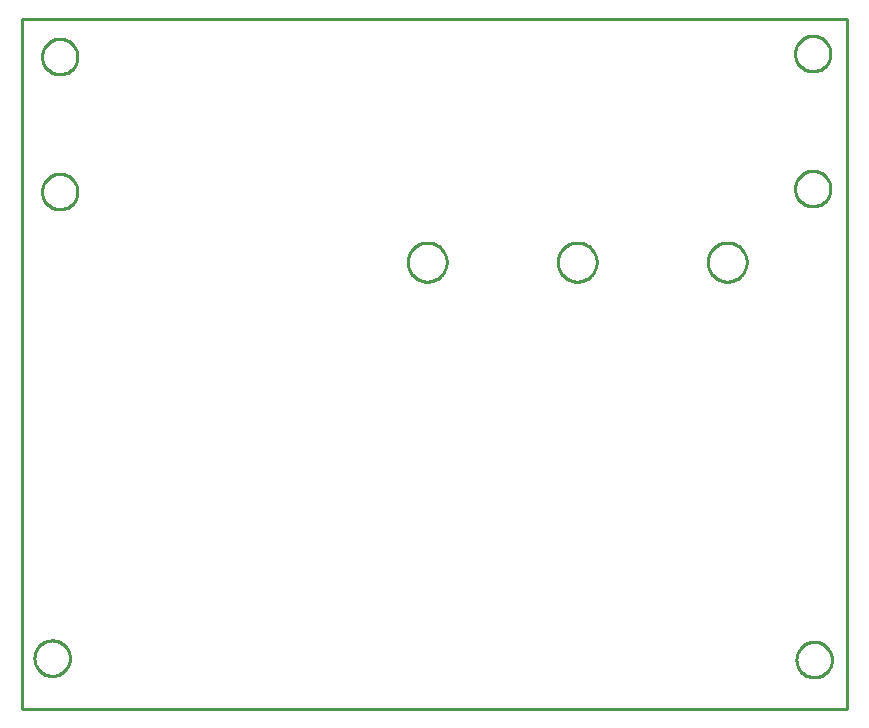
<source format=gbr>
G04 EAGLE Gerber RS-274X export*
G75*
%MOMM*%
%FSLAX34Y34*%
%LPD*%
%IN*%
%IPPOS*%
%AMOC8*
5,1,8,0,0,1.08239X$1,22.5*%
G01*
%ADD10C,0.254000*%


D10*
X0Y0D02*
X698300Y0D01*
X698300Y584710D01*
X0Y584710D01*
X0Y0D01*
X46750Y437614D02*
X46674Y436546D01*
X46521Y435485D01*
X46293Y434438D01*
X45991Y433410D01*
X45617Y432406D01*
X45172Y431431D01*
X44658Y430491D01*
X44079Y429590D01*
X43437Y428732D01*
X42735Y427922D01*
X41978Y427165D01*
X41168Y426463D01*
X40310Y425821D01*
X39409Y425242D01*
X38469Y424728D01*
X37494Y424283D01*
X36490Y423909D01*
X35462Y423607D01*
X34415Y423379D01*
X33354Y423226D01*
X32286Y423150D01*
X31214Y423150D01*
X30146Y423226D01*
X29085Y423379D01*
X28038Y423607D01*
X27010Y423909D01*
X26006Y424283D01*
X25031Y424728D01*
X24091Y425242D01*
X23190Y425821D01*
X22332Y426463D01*
X21522Y427165D01*
X20765Y427922D01*
X20063Y428732D01*
X19421Y429590D01*
X18842Y430491D01*
X18328Y431431D01*
X17883Y432406D01*
X17509Y433410D01*
X17207Y434438D01*
X16979Y435485D01*
X16826Y436546D01*
X16750Y437614D01*
X16750Y438686D01*
X16826Y439754D01*
X16979Y440815D01*
X17207Y441862D01*
X17509Y442890D01*
X17883Y443894D01*
X18328Y444869D01*
X18842Y445809D01*
X19421Y446710D01*
X20063Y447568D01*
X20765Y448378D01*
X21522Y449135D01*
X22332Y449837D01*
X23190Y450479D01*
X24091Y451058D01*
X25031Y451572D01*
X26006Y452017D01*
X27010Y452391D01*
X28038Y452693D01*
X29085Y452921D01*
X30146Y453074D01*
X31214Y453150D01*
X32286Y453150D01*
X33354Y453074D01*
X34415Y452921D01*
X35462Y452693D01*
X36490Y452391D01*
X37494Y452017D01*
X38469Y451572D01*
X39409Y451058D01*
X40310Y450479D01*
X41168Y449837D01*
X41978Y449135D01*
X42735Y448378D01*
X43437Y447568D01*
X44079Y446710D01*
X44658Y445809D01*
X45172Y444869D01*
X45617Y443894D01*
X45991Y442890D01*
X46293Y441862D01*
X46521Y440815D01*
X46674Y439754D01*
X46750Y438686D01*
X46750Y437614D01*
X684290Y440154D02*
X684214Y439086D01*
X684061Y438025D01*
X683833Y436978D01*
X683531Y435950D01*
X683157Y434946D01*
X682712Y433971D01*
X682198Y433031D01*
X681619Y432130D01*
X680977Y431272D01*
X680275Y430462D01*
X679518Y429705D01*
X678708Y429003D01*
X677850Y428361D01*
X676949Y427782D01*
X676009Y427268D01*
X675034Y426823D01*
X674030Y426449D01*
X673002Y426147D01*
X671955Y425919D01*
X670894Y425766D01*
X669826Y425690D01*
X668754Y425690D01*
X667686Y425766D01*
X666625Y425919D01*
X665578Y426147D01*
X664550Y426449D01*
X663546Y426823D01*
X662571Y427268D01*
X661631Y427782D01*
X660730Y428361D01*
X659872Y429003D01*
X659062Y429705D01*
X658305Y430462D01*
X657603Y431272D01*
X656961Y432130D01*
X656382Y433031D01*
X655868Y433971D01*
X655423Y434946D01*
X655049Y435950D01*
X654747Y436978D01*
X654519Y438025D01*
X654366Y439086D01*
X654290Y440154D01*
X654290Y441226D01*
X654366Y442294D01*
X654519Y443355D01*
X654747Y444402D01*
X655049Y445430D01*
X655423Y446434D01*
X655868Y447409D01*
X656382Y448349D01*
X656961Y449250D01*
X657603Y450108D01*
X658305Y450918D01*
X659062Y451675D01*
X659872Y452377D01*
X660730Y453019D01*
X661631Y453598D01*
X662571Y454112D01*
X663546Y454557D01*
X664550Y454931D01*
X665578Y455233D01*
X666625Y455461D01*
X667686Y455614D01*
X668754Y455690D01*
X669826Y455690D01*
X670894Y455614D01*
X671955Y455461D01*
X673002Y455233D01*
X674030Y454931D01*
X675034Y454557D01*
X676009Y454112D01*
X676949Y453598D01*
X677850Y453019D01*
X678708Y452377D01*
X679518Y451675D01*
X680275Y450918D01*
X680977Y450108D01*
X681619Y449250D01*
X682198Y448349D01*
X682712Y447409D01*
X683157Y446434D01*
X683531Y445430D01*
X683833Y444402D01*
X684061Y443355D01*
X684214Y442294D01*
X684290Y441226D01*
X684290Y440154D01*
X40400Y42644D02*
X40324Y41576D01*
X40171Y40515D01*
X39943Y39468D01*
X39641Y38440D01*
X39267Y37436D01*
X38822Y36461D01*
X38308Y35521D01*
X37729Y34620D01*
X37087Y33762D01*
X36385Y32952D01*
X35628Y32195D01*
X34818Y31493D01*
X33960Y30851D01*
X33059Y30272D01*
X32119Y29758D01*
X31144Y29313D01*
X30140Y28939D01*
X29112Y28637D01*
X28065Y28409D01*
X27004Y28256D01*
X25936Y28180D01*
X24864Y28180D01*
X23796Y28256D01*
X22735Y28409D01*
X21688Y28637D01*
X20660Y28939D01*
X19656Y29313D01*
X18681Y29758D01*
X17741Y30272D01*
X16840Y30851D01*
X15982Y31493D01*
X15172Y32195D01*
X14415Y32952D01*
X13713Y33762D01*
X13071Y34620D01*
X12492Y35521D01*
X11978Y36461D01*
X11533Y37436D01*
X11159Y38440D01*
X10857Y39468D01*
X10629Y40515D01*
X10476Y41576D01*
X10400Y42644D01*
X10400Y43716D01*
X10476Y44784D01*
X10629Y45845D01*
X10857Y46892D01*
X11159Y47920D01*
X11533Y48924D01*
X11978Y49899D01*
X12492Y50839D01*
X13071Y51740D01*
X13713Y52598D01*
X14415Y53408D01*
X15172Y54165D01*
X15982Y54867D01*
X16840Y55509D01*
X17741Y56088D01*
X18681Y56602D01*
X19656Y57047D01*
X20660Y57421D01*
X21688Y57723D01*
X22735Y57951D01*
X23796Y58104D01*
X24864Y58180D01*
X25936Y58180D01*
X27004Y58104D01*
X28065Y57951D01*
X29112Y57723D01*
X30140Y57421D01*
X31144Y57047D01*
X32119Y56602D01*
X33059Y56088D01*
X33960Y55509D01*
X34818Y54867D01*
X35628Y54165D01*
X36385Y53408D01*
X37087Y52598D01*
X37729Y51740D01*
X38308Y50839D01*
X38822Y49899D01*
X39267Y48924D01*
X39641Y47920D01*
X39943Y46892D01*
X40171Y45845D01*
X40324Y44784D01*
X40400Y43716D01*
X40400Y42644D01*
X685560Y41374D02*
X685484Y40306D01*
X685331Y39245D01*
X685103Y38198D01*
X684801Y37170D01*
X684427Y36166D01*
X683982Y35191D01*
X683468Y34251D01*
X682889Y33350D01*
X682247Y32492D01*
X681545Y31682D01*
X680788Y30925D01*
X679978Y30223D01*
X679120Y29581D01*
X678219Y29002D01*
X677279Y28488D01*
X676304Y28043D01*
X675300Y27669D01*
X674272Y27367D01*
X673225Y27139D01*
X672164Y26986D01*
X671096Y26910D01*
X670024Y26910D01*
X668956Y26986D01*
X667895Y27139D01*
X666848Y27367D01*
X665820Y27669D01*
X664816Y28043D01*
X663841Y28488D01*
X662901Y29002D01*
X662000Y29581D01*
X661142Y30223D01*
X660332Y30925D01*
X659575Y31682D01*
X658873Y32492D01*
X658231Y33350D01*
X657652Y34251D01*
X657138Y35191D01*
X656693Y36166D01*
X656319Y37170D01*
X656017Y38198D01*
X655789Y39245D01*
X655636Y40306D01*
X655560Y41374D01*
X655560Y42446D01*
X655636Y43514D01*
X655789Y44575D01*
X656017Y45622D01*
X656319Y46650D01*
X656693Y47654D01*
X657138Y48629D01*
X657652Y49569D01*
X658231Y50470D01*
X658873Y51328D01*
X659575Y52138D01*
X660332Y52895D01*
X661142Y53597D01*
X662000Y54239D01*
X662901Y54818D01*
X663841Y55332D01*
X664816Y55777D01*
X665820Y56151D01*
X666848Y56453D01*
X667895Y56681D01*
X668956Y56834D01*
X670024Y56910D01*
X671096Y56910D01*
X672164Y56834D01*
X673225Y56681D01*
X674272Y56453D01*
X675300Y56151D01*
X676304Y55777D01*
X677279Y55332D01*
X678219Y54818D01*
X679120Y54239D01*
X679978Y53597D01*
X680788Y52895D01*
X681545Y52138D01*
X682247Y51328D01*
X682889Y50470D01*
X683468Y49569D01*
X683982Y48629D01*
X684427Y47654D01*
X684801Y46650D01*
X685103Y45622D01*
X685331Y44575D01*
X685484Y43514D01*
X685560Y42446D01*
X685560Y41374D01*
X46750Y551914D02*
X46674Y550846D01*
X46521Y549785D01*
X46293Y548738D01*
X45991Y547710D01*
X45617Y546706D01*
X45172Y545731D01*
X44658Y544791D01*
X44079Y543890D01*
X43437Y543032D01*
X42735Y542222D01*
X41978Y541465D01*
X41168Y540763D01*
X40310Y540121D01*
X39409Y539542D01*
X38469Y539028D01*
X37494Y538583D01*
X36490Y538209D01*
X35462Y537907D01*
X34415Y537679D01*
X33354Y537526D01*
X32286Y537450D01*
X31214Y537450D01*
X30146Y537526D01*
X29085Y537679D01*
X28038Y537907D01*
X27010Y538209D01*
X26006Y538583D01*
X25031Y539028D01*
X24091Y539542D01*
X23190Y540121D01*
X22332Y540763D01*
X21522Y541465D01*
X20765Y542222D01*
X20063Y543032D01*
X19421Y543890D01*
X18842Y544791D01*
X18328Y545731D01*
X17883Y546706D01*
X17509Y547710D01*
X17207Y548738D01*
X16979Y549785D01*
X16826Y550846D01*
X16750Y551914D01*
X16750Y552986D01*
X16826Y554054D01*
X16979Y555115D01*
X17207Y556162D01*
X17509Y557190D01*
X17883Y558194D01*
X18328Y559169D01*
X18842Y560109D01*
X19421Y561010D01*
X20063Y561868D01*
X20765Y562678D01*
X21522Y563435D01*
X22332Y564137D01*
X23190Y564779D01*
X24091Y565358D01*
X25031Y565872D01*
X26006Y566317D01*
X27010Y566691D01*
X28038Y566993D01*
X29085Y567221D01*
X30146Y567374D01*
X31214Y567450D01*
X32286Y567450D01*
X33354Y567374D01*
X34415Y567221D01*
X35462Y566993D01*
X36490Y566691D01*
X37494Y566317D01*
X38469Y565872D01*
X39409Y565358D01*
X40310Y564779D01*
X41168Y564137D01*
X41978Y563435D01*
X42735Y562678D01*
X43437Y561868D01*
X44079Y561010D01*
X44658Y560109D01*
X45172Y559169D01*
X45617Y558194D01*
X45991Y557190D01*
X46293Y556162D01*
X46521Y555115D01*
X46674Y554054D01*
X46750Y552986D01*
X46750Y551914D01*
X684290Y554454D02*
X684214Y553386D01*
X684061Y552325D01*
X683833Y551278D01*
X683531Y550250D01*
X683157Y549246D01*
X682712Y548271D01*
X682198Y547331D01*
X681619Y546430D01*
X680977Y545572D01*
X680275Y544762D01*
X679518Y544005D01*
X678708Y543303D01*
X677850Y542661D01*
X676949Y542082D01*
X676009Y541568D01*
X675034Y541123D01*
X674030Y540749D01*
X673002Y540447D01*
X671955Y540219D01*
X670894Y540066D01*
X669826Y539990D01*
X668754Y539990D01*
X667686Y540066D01*
X666625Y540219D01*
X665578Y540447D01*
X664550Y540749D01*
X663546Y541123D01*
X662571Y541568D01*
X661631Y542082D01*
X660730Y542661D01*
X659872Y543303D01*
X659062Y544005D01*
X658305Y544762D01*
X657603Y545572D01*
X656961Y546430D01*
X656382Y547331D01*
X655868Y548271D01*
X655423Y549246D01*
X655049Y550250D01*
X654747Y551278D01*
X654519Y552325D01*
X654366Y553386D01*
X654290Y554454D01*
X654290Y555526D01*
X654366Y556594D01*
X654519Y557655D01*
X654747Y558702D01*
X655049Y559730D01*
X655423Y560734D01*
X655868Y561709D01*
X656382Y562649D01*
X656961Y563550D01*
X657603Y564408D01*
X658305Y565218D01*
X659062Y565975D01*
X659872Y566677D01*
X660730Y567319D01*
X661631Y567898D01*
X662571Y568412D01*
X663546Y568857D01*
X664550Y569231D01*
X665578Y569533D01*
X666625Y569761D01*
X667686Y569914D01*
X668754Y569990D01*
X669826Y569990D01*
X670894Y569914D01*
X671955Y569761D01*
X673002Y569533D01*
X674030Y569231D01*
X675034Y568857D01*
X676009Y568412D01*
X676949Y567898D01*
X677850Y567319D01*
X678708Y566677D01*
X679518Y565975D01*
X680275Y565218D01*
X680977Y564408D01*
X681619Y563550D01*
X682198Y562649D01*
X682712Y561709D01*
X683157Y560734D01*
X683531Y559730D01*
X683833Y558702D01*
X684061Y557655D01*
X684214Y556594D01*
X684290Y555526D01*
X684290Y554454D01*
X486410Y377920D02*
X486339Y376841D01*
X486198Y375769D01*
X485987Y374709D01*
X485708Y373665D01*
X485360Y372641D01*
X484946Y371643D01*
X484468Y370673D01*
X483928Y369737D01*
X483327Y368838D01*
X482669Y367981D01*
X481957Y367168D01*
X481192Y366404D01*
X480379Y365691D01*
X479522Y365033D01*
X478623Y364432D01*
X477687Y363892D01*
X476717Y363414D01*
X475719Y363000D01*
X474695Y362652D01*
X473651Y362373D01*
X472591Y362162D01*
X471519Y362021D01*
X470440Y361950D01*
X469360Y361950D01*
X468281Y362021D01*
X467209Y362162D01*
X466149Y362373D01*
X465105Y362652D01*
X464081Y363000D01*
X463083Y363414D01*
X462113Y363892D01*
X461177Y364432D01*
X460278Y365033D01*
X459421Y365691D01*
X458608Y366404D01*
X457844Y367168D01*
X457131Y367981D01*
X456473Y368838D01*
X455872Y369737D01*
X455332Y370673D01*
X454854Y371643D01*
X454440Y372641D01*
X454092Y373665D01*
X453813Y374709D01*
X453602Y375769D01*
X453461Y376841D01*
X453390Y377920D01*
X453390Y379000D01*
X453461Y380079D01*
X453602Y381151D01*
X453813Y382211D01*
X454092Y383255D01*
X454440Y384279D01*
X454854Y385277D01*
X455332Y386247D01*
X455872Y387183D01*
X456473Y388082D01*
X457131Y388939D01*
X457844Y389752D01*
X458608Y390517D01*
X459421Y391229D01*
X460278Y391887D01*
X461177Y392488D01*
X462113Y393028D01*
X463083Y393506D01*
X464081Y393920D01*
X465105Y394268D01*
X466149Y394547D01*
X467209Y394758D01*
X468281Y394899D01*
X469360Y394970D01*
X470440Y394970D01*
X471519Y394899D01*
X472591Y394758D01*
X473651Y394547D01*
X474695Y394268D01*
X475719Y393920D01*
X476717Y393506D01*
X477687Y393028D01*
X478623Y392488D01*
X479522Y391887D01*
X480379Y391229D01*
X481192Y390517D01*
X481957Y389752D01*
X482669Y388939D01*
X483327Y388082D01*
X483928Y387183D01*
X484468Y386247D01*
X484946Y385277D01*
X485360Y384279D01*
X485708Y383255D01*
X485987Y382211D01*
X486198Y381151D01*
X486339Y380079D01*
X486410Y379000D01*
X486410Y377920D01*
X613410Y377920D02*
X613339Y376841D01*
X613198Y375769D01*
X612987Y374709D01*
X612708Y373665D01*
X612360Y372641D01*
X611946Y371643D01*
X611468Y370673D01*
X610928Y369737D01*
X610327Y368838D01*
X609669Y367981D01*
X608957Y367168D01*
X608192Y366404D01*
X607379Y365691D01*
X606522Y365033D01*
X605623Y364432D01*
X604687Y363892D01*
X603717Y363414D01*
X602719Y363000D01*
X601695Y362652D01*
X600651Y362373D01*
X599591Y362162D01*
X598519Y362021D01*
X597440Y361950D01*
X596360Y361950D01*
X595281Y362021D01*
X594209Y362162D01*
X593149Y362373D01*
X592105Y362652D01*
X591081Y363000D01*
X590083Y363414D01*
X589113Y363892D01*
X588177Y364432D01*
X587278Y365033D01*
X586421Y365691D01*
X585608Y366404D01*
X584844Y367168D01*
X584131Y367981D01*
X583473Y368838D01*
X582872Y369737D01*
X582332Y370673D01*
X581854Y371643D01*
X581440Y372641D01*
X581092Y373665D01*
X580813Y374709D01*
X580602Y375769D01*
X580461Y376841D01*
X580390Y377920D01*
X580390Y379000D01*
X580461Y380079D01*
X580602Y381151D01*
X580813Y382211D01*
X581092Y383255D01*
X581440Y384279D01*
X581854Y385277D01*
X582332Y386247D01*
X582872Y387183D01*
X583473Y388082D01*
X584131Y388939D01*
X584844Y389752D01*
X585608Y390517D01*
X586421Y391229D01*
X587278Y391887D01*
X588177Y392488D01*
X589113Y393028D01*
X590083Y393506D01*
X591081Y393920D01*
X592105Y394268D01*
X593149Y394547D01*
X594209Y394758D01*
X595281Y394899D01*
X596360Y394970D01*
X597440Y394970D01*
X598519Y394899D01*
X599591Y394758D01*
X600651Y394547D01*
X601695Y394268D01*
X602719Y393920D01*
X603717Y393506D01*
X604687Y393028D01*
X605623Y392488D01*
X606522Y391887D01*
X607379Y391229D01*
X608192Y390517D01*
X608957Y389752D01*
X609669Y388939D01*
X610327Y388082D01*
X610928Y387183D01*
X611468Y386247D01*
X611946Y385277D01*
X612360Y384279D01*
X612708Y383255D01*
X612987Y382211D01*
X613198Y381151D01*
X613339Y380079D01*
X613410Y379000D01*
X613410Y377920D01*
X359410Y377920D02*
X359339Y376841D01*
X359198Y375769D01*
X358987Y374709D01*
X358708Y373665D01*
X358360Y372641D01*
X357946Y371643D01*
X357468Y370673D01*
X356928Y369737D01*
X356327Y368838D01*
X355669Y367981D01*
X354957Y367168D01*
X354192Y366404D01*
X353379Y365691D01*
X352522Y365033D01*
X351623Y364432D01*
X350687Y363892D01*
X349717Y363414D01*
X348719Y363000D01*
X347695Y362652D01*
X346651Y362373D01*
X345591Y362162D01*
X344519Y362021D01*
X343440Y361950D01*
X342360Y361950D01*
X341281Y362021D01*
X340209Y362162D01*
X339149Y362373D01*
X338105Y362652D01*
X337081Y363000D01*
X336083Y363414D01*
X335113Y363892D01*
X334177Y364432D01*
X333278Y365033D01*
X332421Y365691D01*
X331608Y366404D01*
X330844Y367168D01*
X330131Y367981D01*
X329473Y368838D01*
X328872Y369737D01*
X328332Y370673D01*
X327854Y371643D01*
X327440Y372641D01*
X327092Y373665D01*
X326813Y374709D01*
X326602Y375769D01*
X326461Y376841D01*
X326390Y377920D01*
X326390Y379000D01*
X326461Y380079D01*
X326602Y381151D01*
X326813Y382211D01*
X327092Y383255D01*
X327440Y384279D01*
X327854Y385277D01*
X328332Y386247D01*
X328872Y387183D01*
X329473Y388082D01*
X330131Y388939D01*
X330844Y389752D01*
X331608Y390517D01*
X332421Y391229D01*
X333278Y391887D01*
X334177Y392488D01*
X335113Y393028D01*
X336083Y393506D01*
X337081Y393920D01*
X338105Y394268D01*
X339149Y394547D01*
X340209Y394758D01*
X341281Y394899D01*
X342360Y394970D01*
X343440Y394970D01*
X344519Y394899D01*
X345591Y394758D01*
X346651Y394547D01*
X347695Y394268D01*
X348719Y393920D01*
X349717Y393506D01*
X350687Y393028D01*
X351623Y392488D01*
X352522Y391887D01*
X353379Y391229D01*
X354192Y390517D01*
X354957Y389752D01*
X355669Y388939D01*
X356327Y388082D01*
X356928Y387183D01*
X357468Y386247D01*
X357946Y385277D01*
X358360Y384279D01*
X358708Y383255D01*
X358987Y382211D01*
X359198Y381151D01*
X359339Y380079D01*
X359410Y379000D01*
X359410Y377920D01*
M02*

</source>
